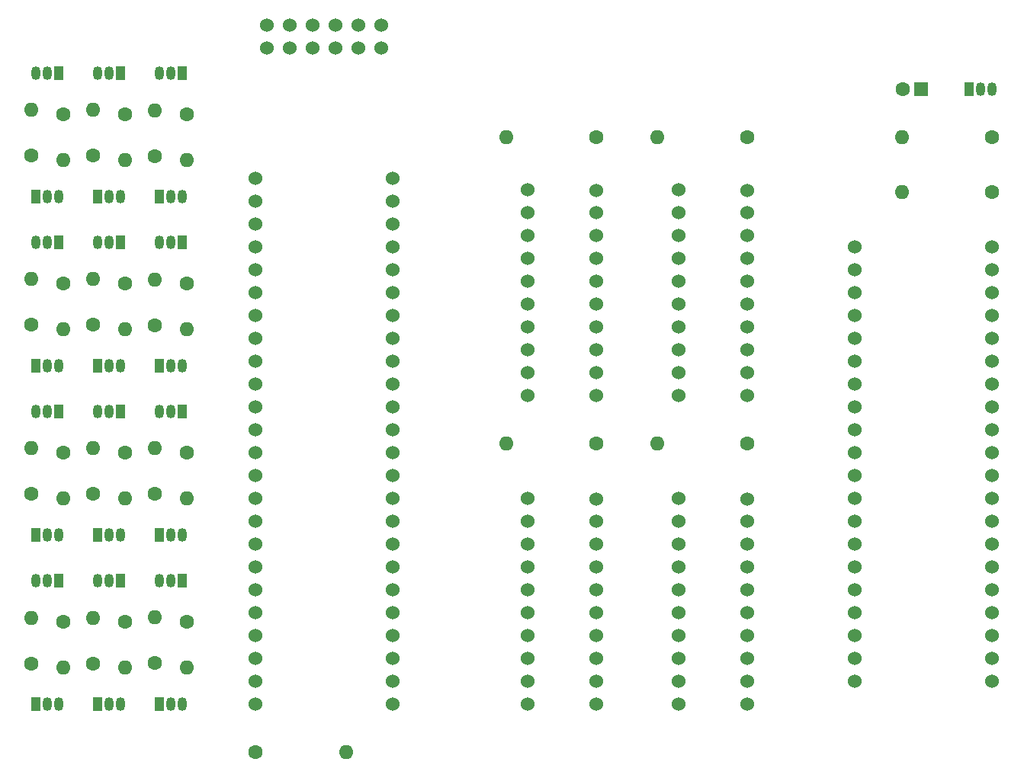
<source format=gbr>
%TF.GenerationSoftware,KiCad,Pcbnew,7.0.9*%
%TF.CreationDate,2024-11-14T04:28:15-07:00*%
%TF.ProjectId,Through_Hole_Quad_Xilinx,5468726f-7567-4685-9f48-6f6c655f5175,rev?*%
%TF.SameCoordinates,Original*%
%TF.FileFunction,Soldermask,Bot*%
%TF.FilePolarity,Negative*%
%FSLAX46Y46*%
G04 Gerber Fmt 4.6, Leading zero omitted, Abs format (unit mm)*
G04 Created by KiCad (PCBNEW 7.0.9) date 2024-11-14 04:28:15*
%MOMM*%
%LPD*%
G01*
G04 APERTURE LIST*
%ADD10R,1.050000X1.500000*%
%ADD11O,1.050000X1.500000*%
%ADD12C,1.600000*%
%ADD13O,1.600000X1.600000*%
%ADD14R,1.600000X1.600000*%
%ADD15C,1.524000*%
G04 APERTURE END LIST*
D10*
%TO.C,Q13*%
X132334000Y-85344000D03*
D11*
X133604000Y-85344000D03*
X134874000Y-85344000D03*
%TD*%
D10*
%TO.C,Q14*%
X134874000Y-71628000D03*
D11*
X133604000Y-71628000D03*
X132334000Y-71628000D03*
%TD*%
D12*
%TO.C,R13*%
X135382000Y-76171000D03*
D13*
X135382000Y-81251000D03*
%TD*%
D12*
%TO.C,C3*%
X194564000Y-41148000D03*
D13*
X184564000Y-41148000D03*
%TD*%
D12*
%TO.C,R7*%
X135382000Y-57404000D03*
D13*
X135382000Y-62484000D03*
%TD*%
D10*
%TO.C,Q10*%
X141732000Y-52832000D03*
D11*
X140462000Y-52832000D03*
X139192000Y-52832000D03*
%TD*%
D12*
%TO.C,R2*%
X131826000Y-43180000D03*
D13*
X131826000Y-38100000D03*
%TD*%
D14*
%TO.C,C2*%
X230600000Y-35814000D03*
D12*
X228600000Y-35814000D03*
%TD*%
%TO.C,C1*%
X238506000Y-41148000D03*
D13*
X228506000Y-41148000D03*
%TD*%
D10*
%TO.C,Q6*%
X148590000Y-34036000D03*
D11*
X147320000Y-34036000D03*
X146050000Y-34036000D03*
%TD*%
D10*
%TO.C,U1*%
X235966000Y-35814000D03*
D11*
X237236000Y-35814000D03*
X238506000Y-35814000D03*
%TD*%
D10*
%TO.C,Q20*%
X134874000Y-90424000D03*
D11*
X133604000Y-90424000D03*
X132334000Y-90424000D03*
%TD*%
D10*
%TO.C,Q11*%
X146050000Y-66548000D03*
D11*
X147320000Y-66548000D03*
X148590000Y-66548000D03*
%TD*%
D10*
%TO.C,Q18*%
X148590000Y-71628000D03*
D11*
X147320000Y-71628000D03*
X146050000Y-71628000D03*
%TD*%
D12*
%TO.C,C6*%
X194564000Y-75184000D03*
D13*
X184564000Y-75184000D03*
%TD*%
D12*
%TO.C,R6*%
X145542000Y-43209000D03*
D13*
X145542000Y-38129000D03*
%TD*%
D10*
%TO.C,Q9*%
X139192000Y-66548000D03*
D11*
X140462000Y-66548000D03*
X141732000Y-66548000D03*
%TD*%
D12*
%TO.C,R4*%
X138684000Y-43180000D03*
D13*
X138684000Y-38100000D03*
%TD*%
D12*
%TO.C,R18*%
X145542000Y-80772000D03*
D13*
X145542000Y-75692000D03*
%TD*%
D10*
%TO.C,Q1*%
X132334000Y-47752000D03*
D11*
X133604000Y-47752000D03*
X134874000Y-47752000D03*
%TD*%
D10*
%TO.C,Q8*%
X134874000Y-52832000D03*
D11*
X133604000Y-52832000D03*
X132334000Y-52832000D03*
%TD*%
D12*
%TO.C,R23*%
X149098000Y-94996000D03*
D13*
X149098000Y-100076000D03*
%TD*%
D12*
%TO.C,R12*%
X145542000Y-62005000D03*
D13*
X145542000Y-56925000D03*
%TD*%
D10*
%TO.C,Q22*%
X141732000Y-90424000D03*
D11*
X140462000Y-90424000D03*
X139192000Y-90424000D03*
%TD*%
D10*
%TO.C,Q3*%
X139192000Y-47752000D03*
D11*
X140462000Y-47752000D03*
X141732000Y-47752000D03*
%TD*%
D12*
%TO.C,R11*%
X149098000Y-57404000D03*
D13*
X149098000Y-62484000D03*
%TD*%
D15*
%TO.C,U2*%
X203708000Y-81280000D03*
X203708000Y-83820000D03*
X203708000Y-86360000D03*
X203708000Y-88900000D03*
X203708000Y-91440000D03*
X203708000Y-93980000D03*
X203708000Y-96520000D03*
X203708000Y-99060000D03*
X203708000Y-101600000D03*
X203708000Y-104140000D03*
X211328000Y-104140000D03*
X211328000Y-101600000D03*
X211328000Y-99060000D03*
X211328000Y-96520000D03*
X211328000Y-93980000D03*
X211328000Y-91440000D03*
X211328000Y-88900000D03*
X211328000Y-86360000D03*
X211328000Y-83820000D03*
X211328000Y-81320000D03*
%TD*%
D12*
%TO.C,C5*%
X211328000Y-75184000D03*
D13*
X201328000Y-75184000D03*
%TD*%
D10*
%TO.C,Q17*%
X146050000Y-85344000D03*
D11*
X147320000Y-85344000D03*
X148590000Y-85344000D03*
%TD*%
D15*
%TO.C,U5*%
X186944000Y-81280000D03*
X186944000Y-83820000D03*
X186944000Y-86360000D03*
X186944000Y-88900000D03*
X186944000Y-91440000D03*
X186944000Y-93980000D03*
X186944000Y-96520000D03*
X186944000Y-99060000D03*
X186944000Y-101600000D03*
X186944000Y-104140000D03*
X194564000Y-104140000D03*
X194564000Y-101600000D03*
X194564000Y-99060000D03*
X194564000Y-96520000D03*
X194564000Y-93980000D03*
X194564000Y-91440000D03*
X194564000Y-88900000D03*
X194564000Y-86360000D03*
X194564000Y-83820000D03*
X194564000Y-81320000D03*
%TD*%
D12*
%TO.C,R14*%
X131826000Y-80772000D03*
D13*
X131826000Y-75692000D03*
%TD*%
D12*
%TO.C,R16*%
X138684000Y-80772000D03*
D13*
X138684000Y-75692000D03*
%TD*%
D12*
%TO.C,C8*%
X156718000Y-109474000D03*
D13*
X166718000Y-109474000D03*
%TD*%
D12*
%TO.C,R10*%
X138684000Y-61976000D03*
D13*
X138684000Y-56896000D03*
%TD*%
D12*
%TO.C,C4*%
X211328000Y-41148000D03*
D13*
X201328000Y-41148000D03*
%TD*%
D12*
%TO.C,R17*%
X149098000Y-76200000D03*
D13*
X149098000Y-81280000D03*
%TD*%
D12*
%TO.C,R8*%
X131826000Y-61976000D03*
D13*
X131826000Y-56896000D03*
%TD*%
D12*
%TO.C,C7*%
X238506000Y-47244000D03*
D13*
X228506000Y-47244000D03*
%TD*%
D10*
%TO.C,Q23*%
X146050000Y-104140000D03*
D11*
X147320000Y-104140000D03*
X148590000Y-104140000D03*
%TD*%
D12*
%TO.C,R5*%
X149098000Y-38608000D03*
D13*
X149098000Y-43688000D03*
%TD*%
D12*
%TO.C,R1*%
X135382000Y-38608000D03*
D13*
X135382000Y-43688000D03*
%TD*%
D10*
%TO.C,Q5*%
X146050000Y-47752000D03*
D11*
X147320000Y-47752000D03*
X148590000Y-47752000D03*
%TD*%
D10*
%TO.C,Q21*%
X139192000Y-104140000D03*
D11*
X140462000Y-104140000D03*
X141732000Y-104140000D03*
%TD*%
D10*
%TO.C,Q19*%
X132334000Y-104140000D03*
D11*
X133604000Y-104140000D03*
X134874000Y-104140000D03*
%TD*%
D15*
%TO.C,J2*%
X156718000Y-45720000D03*
X156718000Y-48260000D03*
X156718000Y-50800000D03*
X156718000Y-53340000D03*
X156718000Y-55880000D03*
X156718000Y-58420000D03*
X156718000Y-60960000D03*
X156718000Y-63500000D03*
X156718000Y-66040000D03*
X156718000Y-68580000D03*
X156718000Y-71120000D03*
X156718000Y-73660000D03*
X156718000Y-76200000D03*
X156718000Y-78740000D03*
X156718000Y-81280000D03*
X156718000Y-83820000D03*
X156718000Y-86360000D03*
X156718000Y-88900000D03*
X156718000Y-91440000D03*
X156718000Y-93980000D03*
X156718000Y-96520000D03*
X156718000Y-99060000D03*
X156718000Y-101600000D03*
X156718000Y-104140000D03*
X171958000Y-104140000D03*
X171958000Y-101600000D03*
X171958000Y-99060000D03*
X171958000Y-96520000D03*
X171958000Y-93980000D03*
X171958000Y-91440000D03*
X171958000Y-88900000D03*
X171958000Y-86360000D03*
X171958000Y-83820000D03*
X171958000Y-81280000D03*
X171958000Y-78740000D03*
X171958000Y-76200000D03*
X171958000Y-73660000D03*
X171958000Y-71120000D03*
X171958000Y-68580000D03*
X171958000Y-66040000D03*
X171958000Y-63500000D03*
X171958000Y-60960000D03*
X171958000Y-58420000D03*
X171958000Y-55880000D03*
X171958000Y-53340000D03*
X171958000Y-50800000D03*
X171958000Y-48260000D03*
X171958000Y-45720000D03*
%TD*%
D10*
%TO.C,Q12*%
X148590000Y-52832000D03*
D11*
X147320000Y-52832000D03*
X146050000Y-52832000D03*
%TD*%
D12*
%TO.C,R15*%
X142240000Y-76200000D03*
D13*
X142240000Y-81280000D03*
%TD*%
D10*
%TO.C,Q2*%
X134874000Y-34036000D03*
D11*
X133604000Y-34036000D03*
X132334000Y-34036000D03*
%TD*%
D12*
%TO.C,R21*%
X142240000Y-94996000D03*
D13*
X142240000Y-100076000D03*
%TD*%
D15*
%TO.C,U3*%
X203708000Y-46990000D03*
X203708000Y-49530000D03*
X203708000Y-52070000D03*
X203708000Y-54610000D03*
X203708000Y-57150000D03*
X203708000Y-59690000D03*
X203708000Y-62230000D03*
X203708000Y-64770000D03*
X203708000Y-67310000D03*
X203708000Y-69850000D03*
X211328000Y-69850000D03*
X211328000Y-67310000D03*
X211328000Y-64770000D03*
X211328000Y-62230000D03*
X211328000Y-59690000D03*
X211328000Y-57150000D03*
X211328000Y-54610000D03*
X211328000Y-52070000D03*
X211328000Y-49530000D03*
X211328000Y-47030000D03*
%TD*%
%TO.C,J1*%
X223266000Y-53340000D03*
X223266000Y-55880000D03*
X223266000Y-58420000D03*
X223266000Y-60960000D03*
X223266000Y-63500000D03*
X223266000Y-66040000D03*
X223266000Y-68580000D03*
X223266000Y-71120000D03*
X223266000Y-73660000D03*
X223266000Y-76200000D03*
X223266000Y-78740000D03*
X223266000Y-81280000D03*
X223266000Y-83820000D03*
X223266000Y-86360000D03*
X223266000Y-88900000D03*
X223266000Y-91440000D03*
X223266000Y-93980000D03*
X223266000Y-96520000D03*
X223266000Y-99060000D03*
X223266000Y-101600000D03*
X238506000Y-101600000D03*
X238506000Y-99060000D03*
X238506000Y-96520000D03*
X238506000Y-93980000D03*
X238506000Y-91440000D03*
X238506000Y-88900000D03*
X238506000Y-86360000D03*
X238506000Y-83820000D03*
X238506000Y-81280000D03*
X238506000Y-78740000D03*
X238506000Y-76200000D03*
X238506000Y-73660000D03*
X238506000Y-71120000D03*
X238506000Y-68580000D03*
X238506000Y-66040000D03*
X238506000Y-63500000D03*
X238506000Y-60960000D03*
X238506000Y-58420000D03*
X238506000Y-55880000D03*
X238506000Y-53340000D03*
%TD*%
%TO.C,U4*%
X186944000Y-46990000D03*
X186944000Y-49530000D03*
X186944000Y-52070000D03*
X186944000Y-54610000D03*
X186944000Y-57150000D03*
X186944000Y-59690000D03*
X186944000Y-62230000D03*
X186944000Y-64770000D03*
X186944000Y-67310000D03*
X186944000Y-69850000D03*
X194564000Y-69850000D03*
X194564000Y-67310000D03*
X194564000Y-64770000D03*
X194564000Y-62230000D03*
X194564000Y-59690000D03*
X194564000Y-57150000D03*
X194564000Y-54610000D03*
X194564000Y-52070000D03*
X194564000Y-49530000D03*
X194564000Y-47030000D03*
%TD*%
D10*
%TO.C,Q15*%
X139192000Y-85344000D03*
D11*
X140462000Y-85344000D03*
X141732000Y-85344000D03*
%TD*%
D10*
%TO.C,Q7*%
X132334000Y-66548000D03*
D11*
X133604000Y-66548000D03*
X134874000Y-66548000D03*
%TD*%
D12*
%TO.C,R20*%
X131826000Y-99597000D03*
D13*
X131826000Y-94517000D03*
%TD*%
D12*
%TO.C,R3*%
X142240000Y-38608000D03*
D13*
X142240000Y-43688000D03*
%TD*%
D10*
%TO.C,Q16*%
X141732000Y-71628000D03*
D11*
X140462000Y-71628000D03*
X139192000Y-71628000D03*
%TD*%
D12*
%TO.C,R22*%
X138684000Y-99597000D03*
D13*
X138684000Y-94517000D03*
%TD*%
D10*
%TO.C,Q4*%
X141732000Y-34036000D03*
D11*
X140462000Y-34036000D03*
X139192000Y-34036000D03*
%TD*%
D12*
%TO.C,R19*%
X135382000Y-94967000D03*
D13*
X135382000Y-100047000D03*
%TD*%
D10*
%TO.C,Q24*%
X148590000Y-90424000D03*
D11*
X147320000Y-90424000D03*
X146050000Y-90424000D03*
%TD*%
D12*
%TO.C,R24*%
X145542000Y-99568000D03*
D13*
X145542000Y-94488000D03*
%TD*%
D15*
%TO.C,J3*%
X157988000Y-31242000D03*
X160528000Y-31242000D03*
X163068000Y-31242000D03*
X165608000Y-31242000D03*
X168148000Y-31242000D03*
X170688000Y-31242000D03*
X157988000Y-28702000D03*
X160528000Y-28702000D03*
X163068000Y-28702000D03*
X165608000Y-28702000D03*
X168148000Y-28702000D03*
X170688000Y-28702000D03*
%TD*%
D12*
%TO.C,R9*%
X142240000Y-57404000D03*
D13*
X142240000Y-62484000D03*
%TD*%
M02*

</source>
